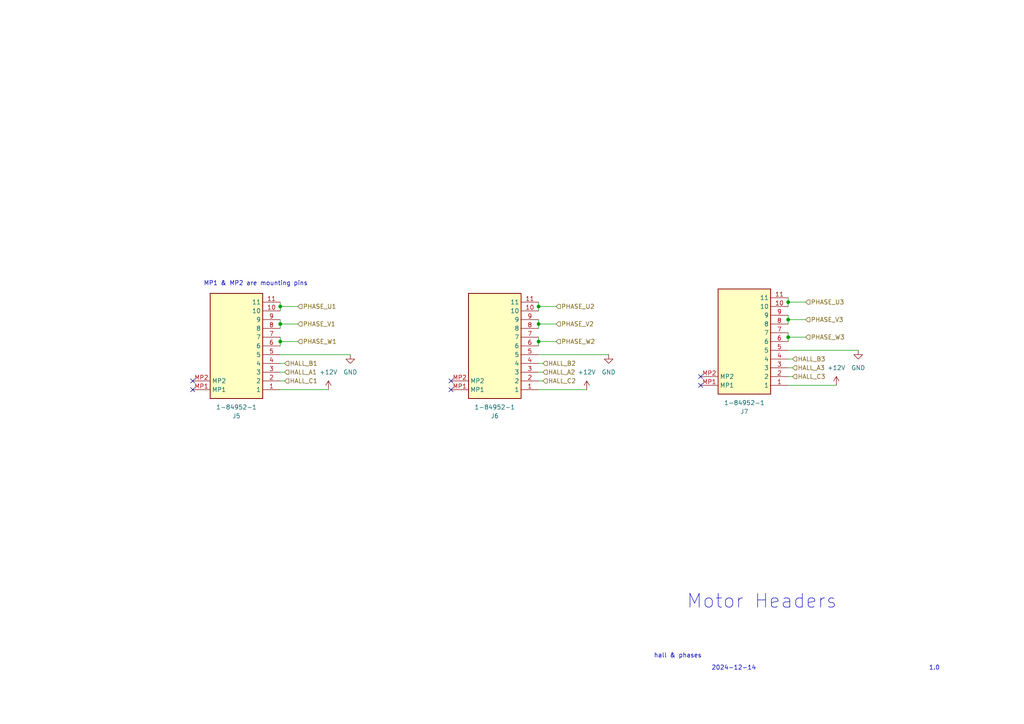
<source format=kicad_sch>
(kicad_sch (version 20231120) (generator "eeschema") (generator_version "8.0")
  (paper "A4")
  (lib_symbols
    (symbol "1-84952-1:1-84952-1"
      (property "Reference" "J" (at 21.59 7.62 0))
      (property "Value" "1-84952-1" (at 21.59 5.08 0))
      (symbol "1-84952-1_1_1"
        (rectangle (start 5.08 2.54) (end 20.32 -27.94) (stroke (width 0.254)) (fill (type background)))
        (pin passive line (at 25.4 0 180) (length 5.08) (name "1") (number "1"))
        (pin passive line (at 25.4 -22.86 180) (length 5.08) (name "10") (number "10"))
        (pin passive line (at 25.4 -25.4 180) (length 5.08) (name "11") (number "11"))
        (pin passive line (at 25.4 -2.54 180) (length 5.08) (name "2") (number "2"))
        (pin passive line (at 25.4 -5.08 180) (length 5.08) (name "3") (number "3"))
        (pin passive line (at 25.4 -7.62 180) (length 5.08) (name "4") (number "4"))
        (pin passive line (at 25.4 -10.16 180) (length 5.08) (name "5") (number "5"))
        (pin passive line (at 25.4 -12.7 180) (length 5.08) (name "6") (number "6"))
        (pin passive line (at 25.4 -15.24 180) (length 5.08) (name "7") (number "7"))
        (pin passive line (at 25.4 -17.78 180) (length 5.08) (name "8") (number "8"))
        (pin passive line (at 25.4 -20.32 180) (length 5.08) (name "9") (number "9"))
        (pin passive line (at 0 0 0) (length 5.08) (name "MP1") (number "MP1"))
        (pin passive line (at 0 -2.54 0) (length 5.08) (name "MP2") (number "MP2"))
      )
    )
    (symbol "power:+12V" (power) (pin_numbers hide) (pin_names (offset 0) hide)
      (property "Value" "+12V" (at 0 3.556 0))
      (symbol "+12V_0_1"
        (polyline (pts (xy -0.762 1.27) (xy 0 2.54)))
        (polyline (pts (xy 0 0) (xy 0 2.54)))
        (polyline (pts (xy 0 2.54) (xy 0.762 1.27)))
      )
      (symbol "+12V_1_1"
        (pin power_in line (at 0 0 90) (length 0) (name "~") (number "1"))
      )
    )
    (symbol "power:GND" (power) (pin_numbers hide) (pin_names (offset 0) hide)
      (property "Value" "GND" (at 0 -3.81 0))
      (symbol "GND_0_1"
        (polyline (pts (xy 0 0) (xy 0 -1.27) (xy 1.27 -1.27) (xy 0 -2.54) (xy -1.27 -1.27) (xy 0 -1.27)))
      )
      (symbol "GND_1_1"
        (pin power_in line (at 0 0 270) (length 0) (name "~") (number "1"))
      )
    )
  )
  (junction (at 156.21 88.9))
  (junction (at 228.6 97.79))
  (junction (at 156.21 93.98))
  (junction (at 81.28 93.98))
  (junction (at 228.6 87.63))
  (junction (at 81.28 99.06))
  (junction (at 156.21 99.06))
  (junction (at 228.6 92.71))
  (junction (at 81.28 88.9))
  (no_connect (at 130.81 113.03))
  (no_connect (at 203.2 111.76))
  (no_connect (at 55.88 110.49))
  (no_connect (at 55.88 113.03))
  (no_connect (at 203.2 109.22))
  (no_connect (at 130.81 110.49))
  (wire (pts (xy 228.6 86.36) (xy 228.6 87.63)))
  (wire (pts (xy 156.21 99.06) (xy 156.21 100.33)))
  (wire (pts (xy 81.28 88.9) (xy 86.36 88.9)))
  (wire (pts (xy 156.21 88.9) (xy 161.29 88.9)))
  (wire (pts (xy 228.6 111.76) (xy 242.57 111.76)))
  (wire (pts (xy 86.36 99.06) (xy 81.28 99.06)))
  (wire (pts (xy 228.6 87.63) (xy 228.6 88.9)))
  (wire (pts (xy 228.6 109.22) (xy 229.87 109.22)))
  (wire (pts (xy 228.6 91.44) (xy 228.6 92.71)))
  (wire (pts (xy 81.28 102.87) (xy 101.6 102.87)))
  (wire (pts (xy 81.28 92.71) (xy 81.28 93.98)))
  (wire (pts (xy 233.68 97.79) (xy 228.6 97.79)))
  (wire (pts (xy 228.6 92.71) (xy 228.6 93.98)))
  (wire (pts (xy 228.6 104.14) (xy 229.87 104.14)))
  (wire (pts (xy 156.21 110.49) (xy 157.48 110.49)))
  (wire (pts (xy 228.6 97.79) (xy 228.6 99.06)))
  (wire (pts (xy 81.28 99.06) (xy 81.28 100.33)))
  (wire (pts (xy 156.21 92.71) (xy 156.21 93.98)))
  (wire (pts (xy 81.28 97.79) (xy 81.28 99.06)))
  (wire (pts (xy 156.21 105.41) (xy 157.48 105.41)))
  (wire (pts (xy 228.6 106.68) (xy 229.87 106.68)))
  (wire (pts (xy 81.28 88.9) (xy 81.28 90.17)))
  (wire (pts (xy 156.21 93.98) (xy 156.21 95.25)))
  (wire (pts (xy 81.28 113.03) (xy 95.25 113.03)))
  (wire (pts (xy 156.21 97.79) (xy 156.21 99.06)))
  (wire (pts (xy 228.6 101.6) (xy 248.92 101.6)))
  (wire (pts (xy 156.21 88.9) (xy 156.21 90.17)))
  (wire (pts (xy 81.28 110.49) (xy 82.55 110.49)))
  (wire (pts (xy 156.21 102.87) (xy 176.53 102.87)))
  (wire (pts (xy 81.28 105.41) (xy 82.55 105.41)))
  (wire (pts (xy 81.28 87.63) (xy 81.28 88.9)))
  (wire (pts (xy 156.21 87.63) (xy 156.21 88.9)))
  (wire (pts (xy 228.6 87.63) (xy 233.68 87.63)))
  (wire (pts (xy 81.28 93.98) (xy 81.28 95.25)))
  (wire (pts (xy 156.21 113.03) (xy 170.18 113.03)))
  (wire (pts (xy 81.28 93.98) (xy 86.36 93.98)))
  (wire (pts (xy 156.21 93.98) (xy 161.29 93.98)))
  (wire (pts (xy 161.29 99.06) (xy 156.21 99.06)))
  (wire (pts (xy 156.21 107.95) (xy 157.48 107.95)))
  (wire (pts (xy 228.6 92.71) (xy 233.68 92.71)))
  (wire (pts (xy 81.28 107.95) (xy 82.55 107.95)))
  (wire (pts (xy 228.6 96.52) (xy 228.6 97.79)))
  (text "1.0" (at 271.018 193.802 0) (effects (font (size 1.27 1.27))))
  (text "MP1 & MP2 are mounting pins" (at 74.168 82.296 0) (effects (font (size 1.27 1.27))))
  (text "Motor Headers" (at 220.98 174.498 0) (effects (font (size 4 4))))
  (text "2024-12-14" (at 212.852 193.802 0) (effects (font (size 1.27 1.27))))
  (text "hall & phases\n" (at 196.596 190.246 0) (effects (font (size 1.27 1.27))))
  (hierarchical_label "HALL_C3" (shape input) (at 229.87 109.22 0))
  (hierarchical_label "PHASE_V1" (shape input) (at 86.36 93.98 0))
  (hierarchical_label "HALL_A3" (shape input) (at 229.87 106.68 0))
  (hierarchical_label "PHASE_W1" (shape input) (at 86.36 99.06 0))
  (hierarchical_label "HALL_A1" (shape input) (at 82.55 107.95 0))
  (hierarchical_label "PHASE_U2" (shape input) (at 161.29 88.9 0))
  (hierarchical_label "HALL_A2" (shape input) (at 157.48 107.95 0))
  (hierarchical_label "PHASE_V3" (shape input) (at 233.68 92.71 0))
  (hierarchical_label "HALL_B2" (shape input) (at 157.48 105.41 0))
  (hierarchical_label "PHASE_U3" (shape input) (at 233.68 87.63 0))
  (hierarchical_label "HALL_B1" (shape input) (at 82.55 105.41 0))
  (hierarchical_label "PHASE_W2" (shape input) (at 161.29 99.06 0))
  (hierarchical_label "PHASE_V2" (shape input) (at 161.29 93.98 0))
  (hierarchical_label "HALL_B3" (shape input) (at 229.87 104.14 0))
  (hierarchical_label "HALL_C1" (shape input) (at 82.55 110.49 0))
  (hierarchical_label "PHASE_U1" (shape input) (at 86.36 88.9 0))
  (hierarchical_label "HALL_C2" (shape input) (at 157.48 110.49 0))
  (hierarchical_label "PHASE_W3" (shape input) (at 233.68 97.79 0))
  (symbol (lib_id "1-84952-1:1-84952-1") (at 55.88 113.03 0) (mirror x) (unit 1)
    (property "Reference" "J5" (at 68.58 120.65 0))
    (property "Value" "1-84952-1" (at 68.58 118.11 0))
    (property "Footprint" "kuben-footprints:1849521" (effects (hide yes)))
    (property "Datasheet" "https://componentsearchengine.com/Datasheets/2/1-84952-1.pdf" (effects (hide yes)))
    (property "Description" "FFC & FPC Connectors 1MM FPC HORZ .BTTM CONT.ASS.11P" (effects (hide yes)))
    (property "Height" "2.74" (effects (hide yes)))
    (property "Mouser Part Number" "571-1-84952-1" (effects (hide yes)))
    (property "Mouser Price/Stock" "https://www.mouser.co.uk/ProductDetail/TE-Connectivity/1-84952-1?qs=uUkeXfjQ8uS9Vjbveobf0Q%3D%3D" (effects (hide yes)))
    (property "Manufacturer_Name" "TE Connectivity" (effects (hide yes)))
    (property "Manufacturer_Part_Number" "1-84952-1" (effects (hide yes)))
  )
  (symbol (lib_id "1-84952-1:1-84952-1") (at 130.81 113.03 0) (mirror x) (unit 1)
    (property "Reference" "J6" (at 143.51 120.65 0))
    (property "Value" "1-84952-1" (at 143.51 118.11 0))
    (property "Footprint" "kuben-footprints:1849521" (effects (hide yes)))
    (property "Datasheet" "https://componentsearchengine.com/Datasheets/2/1-84952-1.pdf" (effects (hide yes)))
    (property "Description" "FFC & FPC Connectors 1MM FPC HORZ .BTTM CONT.ASS.11P" (effects (hide yes)))
    (property "Height" "2.74" (effects (hide yes)))
    (property "Mouser Part Number" "571-1-84952-1" (effects (hide yes)))
    (property "Mouser Price/Stock" "https://www.mouser.co.uk/ProductDetail/TE-Connectivity/1-84952-1?qs=uUkeXfjQ8uS9Vjbveobf0Q%3D%3D" (effects (hide yes)))
    (property "Manufacturer_Name" "TE Connectivity" (effects (hide yes)))
    (property "Manufacturer_Part_Number" "1-84952-1" (effects (hide yes)))
  )
  (symbol (lib_id "power:GND") (at 248.92 101.6 0) (unit 1)
    (property "Reference" "#PWR0324" (effects (hide yes)))
    (property "Value" "GND" (at 248.92 106.68 0))
    (property "Description" "Power symbol creates a global label with name \"GND\" , ground" (effects (hide yes)))
  )
  (symbol (lib_id "power:+12V") (at 95.25 113.03 0) (unit 1)
    (property "Reference" "#PWR0319" (effects (hide yes)))
    (property "Value" "+12V" (at 95.25 107.95 0))
    (property "Description" "Power symbol creates a global label with name \"+12V\"" (effects (hide yes)))
  )
  (symbol (lib_id "power:+12V") (at 242.57 111.76 0) (unit 1)
    (property "Reference" "#PWR0323" (effects (hide yes)))
    (property "Value" "+12V" (at 242.57 106.68 0))
    (property "Description" "Power symbol creates a global label with name \"+12V\"" (effects (hide yes)))
  )
  (symbol (lib_id "power:GND") (at 101.6 102.87 0) (unit 1)
    (property "Reference" "#PWR0320" (effects (hide yes)))
    (property "Value" "GND" (at 101.6 107.95 0))
    (property "Description" "Power symbol creates a global label with name \"GND\" , ground" (effects (hide yes)))
  )
  (symbol (lib_id "power:GND") (at 176.53 102.87 0) (unit 1)
    (property "Reference" "#PWR0322" (effects (hide yes)))
    (property "Value" "GND" (at 176.53 107.95 0))
    (property "Description" "Power symbol creates a global label with name \"GND\" , ground" (effects (hide yes)))
  )
  (symbol (lib_id "1-84952-1:1-84952-1") (at 203.2 111.76 0) (mirror x) (unit 1)
    (property "Reference" "J7" (at 215.9 119.38 0))
    (property "Value" "1-84952-1" (at 215.9 116.84 0))
    (property "Footprint" "kuben-footprints:1849521" (effects (hide yes)))
    (property "Datasheet" "https://componentsearchengine.com/Datasheets/2/1-84952-1.pdf" (effects (hide yes)))
    (property "Description" "FFC & FPC Connectors 1MM FPC HORZ .BTTM CONT.ASS.11P" (effects (hide yes)))
    (property "Height" "2.74" (effects (hide yes)))
    (property "Mouser Part Number" "571-1-84952-1" (effects (hide yes)))
    (property "Mouser Price/Stock" "https://www.mouser.co.uk/ProductDetail/TE-Connectivity/1-84952-1?qs=uUkeXfjQ8uS9Vjbveobf0Q%3D%3D" (effects (hide yes)))
    (property "Manufacturer_Name" "TE Connectivity" (effects (hide yes)))
    (property "Manufacturer_Part_Number" "1-84952-1" (effects (hide yes)))
  )
  (symbol (lib_id "power:+12V") (at 170.18 113.03 0) (unit 1)
    (property "Reference" "#PWR0321" (effects (hide yes)))
    (property "Value" "+12V" (at 170.18 107.95 0))
    (property "Description" "Power symbol creates a global label with name \"+12V\"" (effects (hide yes)))
  )
)
</source>
